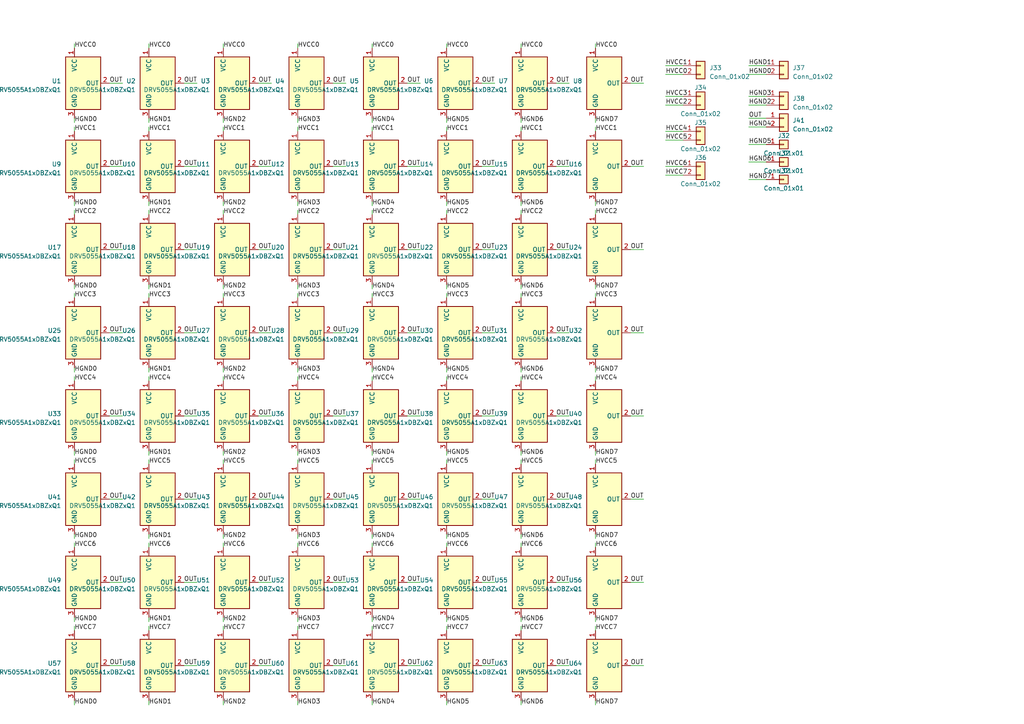
<source format=kicad_sch>
(kicad_sch (version 20230121) (generator eeschema)
  (paper "A4")
  (lib_symbols
    (symbol "Connector_Generic:Conn_01x01" (pin_names (offset 1.016) hide)
      (property "Reference" "J" (at 0 2.54 0))
      (property "Value" "Conn_01x01" (at 0 -2.54 0))
      (symbol "Conn_01x01_1_1"
        (rectangle (start -1.27 0.127) (end 0 -0.127) (stroke (width 0.1524)))
        (rectangle (start -1.27 1.27) (end 1.27 -1.27) (stroke (width 0.254)) (fill (type background)))
        (pin passive line (at -5.08 0 0) (length 3.81) (name "Pin_1") (number "1"))
      )
    )
    (symbol "Connector_Generic:Conn_01x02" (pin_names (offset 1.016) hide)
      (property "Reference" "J" (at 0 2.54 0))
      (property "Value" "Conn_01x02" (at 0 -5.08 0))
      (symbol "Conn_01x02_1_1"
        (rectangle (start -1.27 -2.413) (end 0 -2.667) (stroke (width 0.1524)))
        (rectangle (start -1.27 0.127) (end 0 -0.127) (stroke (width 0.1524)))
        (rectangle (start -1.27 1.27) (end 1.27 -3.81) (stroke (width 0.254)) (fill (type background)))
        (pin passive line (at -5.08 0 0) (length 3.81) (name "Pin_1") (number "1"))
        (pin passive line (at -5.08 -2.54 0) (length 3.81) (name "Pin_2") (number "2"))
      )
    )
    (symbol "Sensor_Magnetic:DRV5055A1xDBZxQ1"
      (property "Reference" "U" (at 2.54 12.7 0))
      (property "Value" "DRV5055A1xDBZxQ1" (at 2.54 10.16 0))
      (symbol "DRV5055A1xDBZxQ1_1_1"
        (rectangle (start -5.08 7.62) (end 5.08 -7.62) (stroke (width 0.254)) (fill (type background)))
        (pin power_in line (at -2.54 10.16 270) (length 2.54) (name "VCC") (number "1"))
        (pin output line (at 7.62 0 180) (length 2.54) (name "OUT") (number "2"))
        (pin power_in line (at -2.54 -10.16 90) (length 2.54) (name "GND") (number "3"))
      )
    )
  )
  (wire (pts (xy 107.95 179.07) (xy 107.95 180.34)))
  (wire (pts (xy 74.93 24.13) (xy 78.74 24.13)))
  (wire (pts (xy 43.18 181.61) (xy 43.18 182.88)))
  (wire (pts (xy 172.72 36.83) (xy 172.72 38.1)))
  (wire (pts (xy 31.75 144.78) (xy 35.56 144.78)))
  (wire (pts (xy 64.77 109.22) (xy 64.77 110.49)))
  (wire (pts (xy 96.52 72.39) (xy 100.33 72.39)))
  (wire (pts (xy 86.36 85.09) (xy 86.36 86.36)))
  (wire (pts (xy 43.18 12.7) (xy 43.18 13.97)))
  (wire (pts (xy 53.34 120.65) (xy 57.15 120.65)))
  (wire (pts (xy 43.18 58.42) (xy 43.18 59.69)))
  (wire (pts (xy 172.72 85.09) (xy 172.72 86.36)))
  (wire (pts (xy 96.52 48.26) (xy 100.33 48.26)))
  (wire (pts (xy 172.72 157.48) (xy 172.72 158.75)))
  (wire (pts (xy 64.77 133.35) (xy 64.77 134.62)))
  (wire (pts (xy 129.54 12.7) (xy 129.54 13.97)))
  (wire (pts (xy 86.36 34.29) (xy 86.36 35.56)))
  (wire (pts (xy 161.29 144.78) (xy 165.1 144.78)))
  (wire (pts (xy 86.36 106.68) (xy 86.36 107.95)))
  (wire (pts (xy 193.04 27.94) (xy 198.12 27.94)))
  (wire (pts (xy 217.17 34.29) (xy 222.25 34.29)))
  (wire (pts (xy 118.11 96.52) (xy 121.92 96.52)))
  (wire (pts (xy 74.93 96.52) (xy 78.74 96.52)))
  (wire (pts (xy 43.18 179.07) (xy 43.18 180.34)))
  (wire (pts (xy 64.77 181.61) (xy 64.77 182.88)))
  (wire (pts (xy 86.36 154.94) (xy 86.36 156.21)))
  (wire (pts (xy 43.18 109.22) (xy 43.18 110.49)))
  (wire (pts (xy 139.7 72.39) (xy 143.51 72.39)))
  (wire (pts (xy 21.59 60.96) (xy 21.59 62.23)))
  (wire (pts (xy 31.75 96.52) (xy 35.56 96.52)))
  (wire (pts (xy 64.77 82.55) (xy 64.77 83.82)))
  (wire (pts (xy 161.29 72.39) (xy 165.1 72.39)))
  (wire (pts (xy 151.13 130.81) (xy 151.13 132.08)))
  (wire (pts (xy 43.18 60.96) (xy 43.18 62.23)))
  (wire (pts (xy 217.17 46.99) (xy 222.25 46.99)))
  (wire (pts (xy 161.29 168.91) (xy 165.1 168.91)))
  (wire (pts (xy 172.72 130.81) (xy 172.72 132.08)))
  (wire (pts (xy 86.36 109.22) (xy 86.36 110.49)))
  (wire (pts (xy 86.36 12.7) (xy 86.36 13.97)))
  (wire (pts (xy 118.11 24.13) (xy 121.92 24.13)))
  (wire (pts (xy 21.59 179.07) (xy 21.59 180.34)))
  (wire (pts (xy 31.75 48.26) (xy 35.56 48.26)))
  (wire (pts (xy 182.88 24.13) (xy 186.69 24.13)))
  (wire (pts (xy 64.77 106.68) (xy 64.77 107.95)))
  (wire (pts (xy 43.18 34.29) (xy 43.18 35.56)))
  (wire (pts (xy 21.59 106.68) (xy 21.59 107.95)))
  (wire (pts (xy 31.75 24.13) (xy 35.56 24.13)))
  (wire (pts (xy 161.29 24.13) (xy 165.1 24.13)))
  (wire (pts (xy 96.52 24.13) (xy 100.33 24.13)))
  (wire (pts (xy 151.13 85.09) (xy 151.13 86.36)))
  (wire (pts (xy 193.04 30.48) (xy 198.12 30.48)))
  (wire (pts (xy 53.34 193.04) (xy 57.15 193.04)))
  (wire (pts (xy 193.04 21.59) (xy 198.12 21.59)))
  (wire (pts (xy 193.04 48.26) (xy 198.12 48.26)))
  (wire (pts (xy 217.17 41.91) (xy 222.25 41.91)))
  (wire (pts (xy 193.04 50.8) (xy 198.12 50.8)))
  (wire (pts (xy 96.52 144.78) (xy 100.33 144.78)))
  (wire (pts (xy 31.75 72.39) (xy 35.56 72.39)))
  (wire (pts (xy 217.17 27.94) (xy 222.25 27.94)))
  (wire (pts (xy 118.11 144.78) (xy 121.92 144.78)))
  (wire (pts (xy 118.11 72.39) (xy 121.92 72.39)))
  (wire (pts (xy 86.36 130.81) (xy 86.36 132.08)))
  (wire (pts (xy 64.77 203.2) (xy 64.77 204.47)))
  (wire (pts (xy 21.59 203.2) (xy 21.59 204.47)))
  (wire (pts (xy 182.88 72.39) (xy 186.69 72.39)))
  (wire (pts (xy 21.59 34.29) (xy 21.59 35.56)))
  (wire (pts (xy 43.18 157.48) (xy 43.18 158.75)))
  (wire (pts (xy 43.18 85.09) (xy 43.18 86.36)))
  (wire (pts (xy 74.93 120.65) (xy 78.74 120.65)))
  (wire (pts (xy 31.75 120.65) (xy 35.56 120.65)))
  (wire (pts (xy 21.59 181.61) (xy 21.59 182.88)))
  (wire (pts (xy 107.95 181.61) (xy 107.95 182.88)))
  (wire (pts (xy 74.93 144.78) (xy 78.74 144.78)))
  (wire (pts (xy 172.72 12.7) (xy 172.72 13.97)))
  (wire (pts (xy 74.93 72.39) (xy 78.74 72.39)))
  (wire (pts (xy 118.11 120.65) (xy 121.92 120.65)))
  (wire (pts (xy 53.34 48.26) (xy 57.15 48.26)))
  (wire (pts (xy 86.36 82.55) (xy 86.36 83.82)))
  (wire (pts (xy 74.93 48.26) (xy 78.74 48.26)))
  (wire (pts (xy 172.72 82.55) (xy 172.72 83.82)))
  (wire (pts (xy 172.72 203.2) (xy 172.72 204.47)))
  (wire (pts (xy 86.36 58.42) (xy 86.36 59.69)))
  (wire (pts (xy 21.59 133.35) (xy 21.59 134.62)))
  (wire (pts (xy 182.88 193.04) (xy 186.69 193.04)))
  (wire (pts (xy 151.13 36.83) (xy 151.13 38.1)))
  (wire (pts (xy 64.77 154.94) (xy 64.77 156.21)))
  (wire (pts (xy 151.13 82.55) (xy 151.13 83.82)))
  (wire (pts (xy 172.72 60.96) (xy 172.72 62.23)))
  (wire (pts (xy 151.13 154.94) (xy 151.13 156.21)))
  (wire (pts (xy 118.11 168.91) (xy 121.92 168.91)))
  (wire (pts (xy 107.95 203.2) (xy 107.95 204.47)))
  (wire (pts (xy 182.88 168.91) (xy 186.69 168.91)))
  (wire (pts (xy 31.75 193.04) (xy 35.56 193.04)))
  (wire (pts (xy 21.59 85.09) (xy 21.59 86.36)))
  (wire (pts (xy 53.34 96.52) (xy 57.15 96.52)))
  (wire (pts (xy 96.52 168.91) (xy 100.33 168.91)))
  (wire (pts (xy 107.95 12.7) (xy 107.95 13.97)))
  (wire (pts (xy 64.77 179.07) (xy 64.77 180.34)))
  (wire (pts (xy 107.95 157.48) (xy 107.95 158.75)))
  (wire (pts (xy 64.77 85.09) (xy 64.77 86.36)))
  (wire (pts (xy 21.59 154.94) (xy 21.59 156.21)))
  (wire (pts (xy 43.18 106.68) (xy 43.18 107.95)))
  (wire (pts (xy 107.95 36.83) (xy 107.95 38.1)))
  (wire (pts (xy 43.18 154.94) (xy 43.18 156.21)))
  (wire (pts (xy 86.36 133.35) (xy 86.36 134.62)))
  (wire (pts (xy 151.13 34.29) (xy 151.13 35.56)))
  (wire (pts (xy 43.18 133.35) (xy 43.18 134.62)))
  (wire (pts (xy 64.77 34.29) (xy 64.77 35.56)))
  (wire (pts (xy 172.72 106.68) (xy 172.72 107.95)))
  (wire (pts (xy 86.36 203.2) (xy 86.36 204.47)))
  (wire (pts (xy 151.13 106.68) (xy 151.13 107.95)))
  (wire (pts (xy 107.95 58.42) (xy 107.95 59.69)))
  (wire (pts (xy 21.59 82.55) (xy 21.59 83.82)))
  (wire (pts (xy 107.95 85.09) (xy 107.95 86.36)))
  (wire (pts (xy 151.13 58.42) (xy 151.13 59.69)))
  (wire (pts (xy 182.88 144.78) (xy 186.69 144.78)))
  (wire (pts (xy 21.59 12.7) (xy 21.59 13.97)))
  (wire (pts (xy 217.17 21.59) (xy 222.25 21.59)))
  (wire (pts (xy 193.04 40.64) (xy 198.12 40.64)))
  (wire (pts (xy 172.72 109.22) (xy 172.72 110.49)))
  (wire (pts (xy 86.36 36.83) (xy 86.36 38.1)))
  (wire (pts (xy 64.77 157.48) (xy 64.77 158.75)))
  (wire (pts (xy 217.17 52.07) (xy 222.25 52.07)))
  (wire (pts (xy 86.36 60.96) (xy 86.36 62.23)))
  (wire (pts (xy 31.75 168.91) (xy 35.56 168.91)))
  (wire (pts (xy 217.17 19.05) (xy 222.25 19.05)))
  (wire (pts (xy 107.95 34.29) (xy 107.95 35.56)))
  (wire (pts (xy 21.59 58.42) (xy 21.59 59.69)))
  (wire (pts (xy 161.29 96.52) (xy 165.1 96.52)))
  (wire (pts (xy 107.95 109.22) (xy 107.95 110.49)))
  (wire (pts (xy 151.13 60.96) (xy 151.13 62.23)))
  (wire (pts (xy 182.88 48.26) (xy 186.69 48.26)))
  (wire (pts (xy 86.36 179.07) (xy 86.36 180.34)))
  (wire (pts (xy 64.77 12.7) (xy 64.77 13.97)))
  (wire (pts (xy 118.11 48.26) (xy 121.92 48.26)))
  (wire (pts (xy 86.36 181.61) (xy 86.36 182.88)))
  (wire (pts (xy 151.13 109.22) (xy 151.13 110.49)))
  (wire (pts (xy 64.77 130.81) (xy 64.77 132.08)))
  (wire (pts (xy 129.54 154.94) (xy 129.54 156.21)))
  (wire (pts (xy 129.54 82.55) (xy 129.54 83.82)))
  (wire (pts (xy 172.72 179.07) (xy 172.72 180.34)))
  (wire (pts (xy 193.04 38.1) (xy 198.12 38.1)))
  (wire (pts (xy 53.34 168.91) (xy 57.15 168.91)))
  (wire (pts (xy 172.72 133.35) (xy 172.72 134.62)))
  (wire (pts (xy 86.36 157.48) (xy 86.36 158.75)))
  (wire (pts (xy 129.54 157.48) (xy 129.54 158.75)))
  (wire (pts (xy 129.54 203.2) (xy 129.54 204.47)))
  (wire (pts (xy 129.54 133.35) (xy 129.54 134.62)))
  (wire (pts (xy 161.29 193.04) (xy 165.1 193.04)))
  (wire (pts (xy 151.13 12.7) (xy 151.13 13.97)))
  (wire (pts (xy 161.29 120.65) (xy 165.1 120.65)))
  (wire (pts (xy 118.11 193.04) (xy 121.92 193.04)))
  (wire (pts (xy 43.18 130.81) (xy 43.18 132.08)))
  (wire (pts (xy 53.34 144.78) (xy 57.15 144.78)))
  (wire (pts (xy 64.77 58.42) (xy 64.77 59.69)))
  (wire (pts (xy 21.59 36.83) (xy 21.59 38.1)))
  (wire (pts (xy 43.18 82.55) (xy 43.18 83.82)))
  (wire (pts (xy 217.17 36.83) (xy 222.25 36.83)))
  (wire (pts (xy 129.54 34.29) (xy 129.54 35.56)))
  (wire (pts (xy 53.34 24.13) (xy 57.15 24.13)))
  (wire (pts (xy 53.34 72.39) (xy 57.15 72.39)))
  (wire (pts (xy 129.54 109.22) (xy 129.54 110.49)))
  (wire (pts (xy 64.77 60.96) (xy 64.77 62.23)))
  (wire (pts (xy 129.54 60.96) (xy 129.54 62.23)))
  (wire (pts (xy 64.77 36.83) (xy 64.77 38.1)))
  (wire (pts (xy 21.59 157.48) (xy 21.59 158.75)))
  (wire (pts (xy 139.7 120.65) (xy 143.51 120.65)))
  (wire (pts (xy 129.54 36.83) (xy 129.54 38.1)))
  (wire (pts (xy 43.18 203.2) (xy 43.18 204.47)))
  (wire (pts (xy 172.72 154.94) (xy 172.72 156.21)))
  (wire (pts (xy 139.7 96.52) (xy 143.51 96.52)))
  (wire (pts (xy 139.7 24.13) (xy 143.51 24.13)))
  (wire (pts (xy 129.54 130.81) (xy 129.54 132.08)))
  (wire (pts (xy 21.59 109.22) (xy 21.59 110.49)))
  (wire (pts (xy 129.54 85.09) (xy 129.54 86.36)))
  (wire (pts (xy 182.88 120.65) (xy 186.69 120.65)))
  (wire (pts (xy 96.52 96.52) (xy 100.33 96.52)))
  (wire (pts (xy 129.54 179.07) (xy 129.54 180.34)))
  (wire (pts (xy 151.13 181.61) (xy 151.13 182.88)))
  (wire (pts (xy 129.54 181.61) (xy 129.54 182.88)))
  (wire (pts (xy 129.54 106.68) (xy 129.54 107.95)))
  (wire (pts (xy 182.88 96.52) (xy 186.69 96.52)))
  (wire (pts (xy 107.95 60.96) (xy 107.95 62.23)))
  (wire (pts (xy 21.59 130.81) (xy 21.59 132.08)))
  (wire (pts (xy 74.93 193.04) (xy 78.74 193.04)))
  (wire (pts (xy 139.7 144.78) (xy 143.51 144.78)))
  (wire (pts (xy 172.72 181.61) (xy 172.72 182.88)))
  (wire (pts (xy 96.52 120.65) (xy 100.33 120.65)))
  (wire (pts (xy 107.95 106.68) (xy 107.95 107.95)))
  (wire (pts (xy 139.7 168.91) (xy 143.51 168.91)))
  (wire (pts (xy 74.93 168.91) (xy 78.74 168.91)))
  (wire (pts (xy 151.13 179.07) (xy 151.13 180.34)))
  (wire (pts (xy 43.18 36.83) (xy 43.18 38.1)))
  (wire (pts (xy 151.13 133.35) (xy 151.13 134.62)))
  (wire (pts (xy 129.54 58.42) (xy 129.54 59.69)))
  (wire (pts (xy 172.72 34.29) (xy 172.72 35.56)))
  (wire (pts (xy 96.52 193.04) (xy 100.33 193.04)))
  (wire (pts (xy 107.95 154.94) (xy 107.95 156.21)))
  (wire (pts (xy 151.13 157.48) (xy 151.13 158.75)))
  (wire (pts (xy 217.17 30.48) (xy 222.25 30.48)))
  (wire (pts (xy 172.72 58.42) (xy 172.72 59.69)))
  (wire (pts (xy 161.29 48.26) (xy 165.1 48.26)))
  (wire (pts (xy 107.95 133.35) (xy 107.95 134.62)))
  (wire (pts (xy 139.7 48.26) (xy 143.51 48.26)))
  (wire (pts (xy 107.95 82.55) (xy 107.95 83.82)))
  (wire (pts (xy 151.13 203.2) (xy 151.13 204.47)))
  (wire (pts (xy 107.95 130.81) (xy 107.95 132.08)))
  (wire (pts (xy 139.7 193.04) (xy 143.51 193.04)))
  (wire (pts (xy 193.04 19.05) (xy 198.12 19.05)))
  (label "OUT" (at 96.52 120.65 0))
  (label "HGND3" (at 86.36 156.21 0))
  (label "HVCC0" (at 86.36 13.97 0))
  (label "OUT" (at 118.11 48.26 0))
  (label "HGND2" (at 64.77 83.82 0))
  (label "HVCC5" (at 43.18 134.62 0))
  (label "HVCC3" (at 43.18 86.36 0))
  (label "HVCC5" (at 129.54 134.62 0))
  (label "HGND2" (at 64.77 35.56 0))
  (label "HGND5" (at 129.54 204.47 0))
  (label "HGND6" (at 151.13 132.08 0))
  (label "HVCC0" (at 193.04 21.59 0))
  (label "HGND4" (at 107.95 35.56 0))
  (label "HVCC6" (at 43.18 158.75 0))
  (label "HVCC6" (at 172.72 158.75 0))
  (label "HGND1" (at 43.18 83.82 0))
  (label "OUT" (at 161.29 72.39 0))
  (label "HGND0" (at 21.59 107.95 0))
  (label "HGND5" (at 129.54 35.56 0))
  (label "HVCC5" (at 21.59 134.62 0))
  (label "OUT" (at 139.7 24.13 0))
  (label "HVCC3" (at 129.54 86.36 0))
  (label "HVCC1" (at 172.72 38.1 0))
  (label "HGND2" (at 64.77 59.69 0))
  (label "HGND4" (at 107.95 59.69 0))
  (label "HGND3" (at 86.36 35.56 0))
  (label "HGND7" (at 172.72 204.47 0))
  (label "HVCC1" (at 193.04 19.05 0))
  (label "HGND2" (at 64.77 204.47 0))
  (label "HVCC7" (at 193.04 50.8 0))
  (label "HVCC1" (at 129.54 38.1 0))
  (label "OUT" (at 118.11 24.13 0))
  (label "OUT" (at 139.7 168.91 0))
  (label "OUT" (at 31.75 24.13 0))
  (label "HVCC1" (at 21.59 38.1 0))
  (label "HGND5" (at 129.54 156.21 0))
  (label "OUT" (at 31.75 168.91 0))
  (label "HVCC7" (at 172.72 182.88 0))
  (label "HGND0" (at 21.59 132.08 0))
  (label "OUT" (at 31.75 96.52 0))
  (label "HGND2" (at 217.17 30.48 0))
  (label "HVCC0" (at 43.18 13.97 0))
  (label "HVCC2" (at 21.59 62.23 0))
  (label "HGND1" (at 43.18 180.34 0))
  (label "OUT" (at 96.52 168.91 0))
  (label "HVCC4" (at 172.72 110.49 0))
  (label "OUT" (at 139.7 144.78 0))
  (label "OUT" (at 53.34 120.65 0))
  (label "HGND5" (at 129.54 83.82 0))
  (label "HVCC1" (at 64.77 38.1 0))
  (label "HVCC7" (at 129.54 182.88 0))
  (label "OUT" (at 139.7 96.52 0))
  (label "OUT" (at 74.93 72.39 0))
  (label "OUT" (at 182.88 168.91 0))
  (label "HGND3" (at 86.36 107.95 0))
  (label "HVCC0" (at 21.59 13.97 0))
  (label "OUT" (at 74.93 193.04 0))
  (label "OUT" (at 139.7 120.65 0))
  (label "OUT" (at 182.88 144.78 0))
  (label "HGND7" (at 172.72 35.56 0))
  (label "OUT" (at 31.75 144.78 0))
  (label "HVCC6" (at 21.59 158.75 0))
  (label "OUT" (at 96.52 72.39 0))
  (label "HGND0" (at 21.59 59.69 0))
  (label "HVCC5" (at 151.13 134.62 0))
  (label "HGND5" (at 129.54 59.69 0))
  (label "HVCC0" (at 172.72 13.97 0))
  (label "HGND0" (at 217.17 21.59 0))
  (label "HVCC5" (at 64.77 134.62 0))
  (label "HVCC0" (at 107.95 13.97 0))
  (label "HVCC3" (at 151.13 86.36 0))
  (label "HVCC1" (at 151.13 38.1 0))
  (label "HGND3" (at 86.36 180.34 0))
  (label "HVCC4" (at 129.54 110.49 0))
  (label "OUT" (at 118.11 72.39 0))
  (label "HVCC2" (at 193.04 30.48 0))
  (label "HGND0" (at 21.59 204.47 0))
  (label "HGND6" (at 151.13 59.69 0))
  (label "OUT" (at 96.52 144.78 0))
  (label "OUT" (at 118.11 144.78 0))
  (label "HVCC6" (at 129.54 158.75 0))
  (label "HGND0" (at 21.59 35.56 0))
  (label "HVCC6" (at 86.36 158.75 0))
  (label "HVCC6" (at 193.04 48.26 0))
  (label "OUT" (at 74.93 24.13 0))
  (label "HVCC2" (at 172.72 62.23 0))
  (label "OUT" (at 53.34 193.04 0))
  (label "OUT" (at 74.93 96.52 0))
  (label "HGND6" (at 151.13 107.95 0))
  (label "OUT" (at 217.17 34.29 0))
  (label "HGND6" (at 151.13 83.82 0))
  (label "HGND2" (at 64.77 156.21 0))
  (label "OUT" (at 53.34 168.91 0))
  (label "HGND7" (at 172.72 156.21 0))
  (label "OUT" (at 182.88 96.52 0))
  (label "HVCC7" (at 107.95 182.88 0))
  (label "HVCC3" (at 193.04 27.94 0))
  (label "HGND7" (at 172.72 107.95 0))
  (label "HVCC7" (at 86.36 182.88 0))
  (label "HGND5" (at 129.54 107.95 0))
  (label "HGND0" (at 21.59 83.82 0))
  (label "OUT" (at 161.29 96.52 0))
  (label "OUT" (at 139.7 193.04 0))
  (label "HGND1" (at 43.18 204.47 0))
  (label "HGND4" (at 107.95 107.95 0))
  (label "OUT" (at 182.88 193.04 0))
  (label "HVCC6" (at 151.13 158.75 0))
  (label "OUT" (at 182.88 48.26 0))
  (label "HGND3" (at 86.36 59.69 0))
  (label "OUT" (at 74.93 48.26 0))
  (label "HGND1" (at 43.18 132.08 0))
  (label "HVCC1" (at 43.18 38.1 0))
  (label "HVCC2" (at 107.95 62.23 0))
  (label "OUT" (at 31.75 120.65 0))
  (label "HGND5" (at 217.17 41.91 0))
  (label "OUT" (at 161.29 24.13 0))
  (label "OUT" (at 182.88 120.65 0))
  (label "HVCC5" (at 193.04 40.64 0))
  (label "OUT" (at 31.75 48.26 0))
  (label "HGND1" (at 43.18 156.21 0))
  (label "OUT" (at 96.52 24.13 0))
  (label "HVCC6" (at 64.77 158.75 0))
  (label "OUT" (at 182.88 24.13 0))
  (label "HGND6" (at 151.13 156.21 0))
  (label "HVCC5" (at 86.36 134.62 0))
  (label "OUT" (at 31.75 72.39 0))
  (label "HGND2" (at 64.77 132.08 0))
  (label "OUT" (at 96.52 193.04 0))
  (label "HGND4" (at 107.95 204.47 0))
  (label "OUT" (at 74.93 168.91 0))
  (label "HVCC7" (at 43.18 182.88 0))
  (label "HGND7" (at 217.17 52.07 0))
  (label "OUT" (at 139.7 48.26 0))
  (label "HGND1" (at 43.18 107.95 0))
  (label "HVCC3" (at 172.72 86.36 0))
  (label "OUT" (at 161.29 48.26 0))
  (label "HVCC5" (at 107.95 134.62 0))
  (label "OUT" (at 118.11 120.65 0))
  (label "OUT" (at 118.11 193.04 0))
  (label "OUT" (at 53.34 24.13 0))
  (label "HVCC1" (at 107.95 38.1 0))
  (label "OUT" (at 53.34 48.26 0))
  (label "HGND7" (at 172.72 180.34 0))
  (label "HVCC3" (at 107.95 86.36 0))
  (label "HGND5" (at 129.54 132.08 0))
  (label "HVCC3" (at 21.59 86.36 0))
  (label "HVCC7" (at 151.13 182.88 0))
  (label "OUT" (at 31.75 193.04 0))
  (label "OUT" (at 161.29 144.78 0))
  (label "OUT" (at 161.29 193.04 0))
  (label "HVCC4" (at 193.04 38.1 0))
  (label "HGND1" (at 217.17 19.05 0))
  (label "HGND4" (at 107.95 156.21 0))
  (label "HVCC3" (at 86.36 86.36 0))
  (label "HVCC4" (at 107.95 110.49 0))
  (label "HVCC6" (at 107.95 158.75 0))
  (label "HGND1" (at 43.18 35.56 0))
  (label "HGND7" (at 172.72 83.82 0))
  (label "HGND3" (at 217.17 27.94 0))
  (label "OUT" (at 182.88 72.39 0))
  (label "HVCC5" (at 172.72 134.62 0))
  (label "HGND2" (at 64.77 180.34 0))
  (label "HGND0" (at 21.59 180.34 0))
  (label "HGND4" (at 107.95 83.82 0))
  (label "HGND4" (at 107.95 180.34 0))
  (label "HGND3" (at 86.36 83.82 0))
  (label "HGND4" (at 107.95 132.08 0))
  (label "HGND4" (at 217.17 36.83 0))
  (label "HGND6" (at 151.13 180.34 0))
  (label "HGND7" (at 172.72 59.69 0))
  (label "OUT" (at 53.34 72.39 0))
  (label "HVCC4" (at 64.77 110.49 0))
  (label "HGND5" (at 129.54 180.34 0))
  (label "HVCC0" (at 64.77 13.97 0))
  (label "HVCC2" (at 86.36 62.23 0))
  (label "HVCC2" (at 43.18 62.23 0))
  (label "HVCC4" (at 21.59 110.49 0))
  (label "OUT" (at 118.11 168.91 0))
  (label "HVCC1" (at 86.36 38.1 0))
  (label "HVCC2" (at 151.13 62.23 0))
  (label "HVCC0" (at 129.54 13.97 0))
  (label "HGND0" (at 21.59 156.21 0))
  (label "OUT" (at 53.34 144.78 0))
  (label "HVCC4" (at 43.18 110.49 0))
  (label "OUT" (at 118.11 96.52 0))
  (label "HGND1" (at 43.18 59.69 0))
  (label "HGND3" (at 86.36 132.08 0))
  (label "OUT" (at 96.52 48.26 0))
  (label "HVCC0" (at 151.13 13.97 0))
  (label "HVCC3" (at 64.77 86.36 0))
  (label "HGND6" (at 151.13 204.47 0))
  (label "OUT" (at 139.7 72.39 0))
  (label "OUT" (at 96.52 96.52 0))
  (label "OUT" (at 161.29 120.65 0))
  (label "HVCC2" (at 64.77 62.23 0))
  (label "HVCC7" (at 21.59 182.88 0))
  (label "HGND6" (at 151.13 35.56 0))
  (label "HVCC4" (at 86.36 110.49 0))
  (label "HVCC2" (at 129.54 62.23 0))
  (label "HGND3" (at 86.36 204.47 0))
  (label "OUT" (at 74.93 144.78 0))
  (label "OUT" (at 161.29 168.91 0))
  (label "OUT" (at 53.34 96.52 0))
  (label "HVCC4" (at 151.13 110.49 0))
  (label "HVCC7" (at 64.77 182.88 0))
  (label "HGND7" (at 172.72 132.08 0))
  (label "HGND2" (at 64.77 107.95 0))
  (label "OUT" (at 74.93 120.65 0))
  (label "HGND6" (at 217.17 46.99 0))
  (symbol (lib_id "Sensor_Magnetic:DRV5055A1xDBZxQ1") (at 153.67 48.26 0) (unit 1)
    (property "Reference" "U15" (at 147.32 47.625 0) (effects (justify right)))
    (property "Value" "DRV5055A1xDBZxQ1" (at 147.32 50.165 0) (effects (justify right)))
    (property "Footprint" "Package_TO_SOT_SMD:SOT-23" (effects hide))
    (property "Datasheet" "https://www.ti.com/lit/ds/symlink/drv5055-q1.pdf" (effects hide))
  )
  (symbol (lib_id "Sensor_Magnetic:DRV5055A1xDBZxQ1") (at 24.13 193.04 0) (unit 1)
    (property "Reference" "U57" (at 17.78 192.405 0) (effects (justify right)))
    (property "Value" "DRV5055A1xDBZxQ1" (at 17.78 194.945 0) (effects (justify right)))
    (property "Footprint" "Package_TO_SOT_SMD:SOT-23" (effects hide))
    (property "Datasheet" "https://www.ti.com/lit/ds/symlink/drv5055-q1.pdf" (effects hide))
  )
  (symbol (lib_id "Connector_Generic:Conn_01x01") (at 227.33 41.91 0) (unit 1)
    (property "Reference" "J32" (at 227.33 39.37 0))
    (property "Value" "Conn_01x01" (at 227.33 44.45 0))
    (property "Footprint" "Connector_PinHeader_1.27mm:PinHeader_1x01_P1.27mm_Vertical" (effects hide))
    (instances (project "TacTile-middle" (path "" (reference "J32") (unit 1)) (path "" (reference "J32") (unit 1)) (path "" (reference "J42") (unit 1))))
  )
  (symbol (lib_id "Sensor_Magnetic:DRV5055A1xDBZxQ1") (at 153.67 72.39 0) (unit 1)
    (property "Reference" "U23" (at 147.32 71.755 0) (effects (justify right)))
    (property "Value" "DRV5055A1xDBZxQ1" (at 147.32 74.295 0) (effects (justify right)))
    (property "Footprint" "Package_TO_SOT_SMD:SOT-23" (effects hide))
    (property "Datasheet" "https://www.ti.com/lit/ds/symlink/drv5055-q1.pdf" (effects hide))
  )
  (symbol (lib_id "Sensor_Magnetic:DRV5055A1xDBZxQ1") (at 88.9 120.65 0) (unit 1)
    (property "Reference" "U36" (at 82.55 120.015 0) (effects (justify right)))
    (property "Value" "DRV5055A1xDBZxQ1" (at 82.55 122.555 0) (effects (justify right)))
    (property "Footprint" "Package_TO_SOT_SMD:SOT-23" (effects hide))
    (property "Datasheet" "https://www.ti.com/lit/ds/symlink/drv5055-q1.pdf" (effects hide))
  )
  (symbol (lib_id "Sensor_Magnetic:DRV5055A1xDBZxQ1") (at 132.08 24.13 0) (unit 1)
    (property "Reference" "U6" (at 125.73 23.495 0) (effects (justify right)))
    (property "Value" "DRV5055A1xDBZxQ1" (at 125.73 26.035 0) (effects (justify right)))
    (property "Footprint" "Package_TO_SOT_SMD:SOT-23" (effects hide))
    (property "Datasheet" "https://www.ti.com/lit/ds/symlink/drv5055-q1.pdf" (effects hide))
  )
  (symbol (lib_id "Sensor_Magnetic:DRV5055A1xDBZxQ1") (at 132.08 96.52 0) (unit 1)
    (property "Reference" "U30" (at 125.73 95.885 0) (effects (justify right)))
    (property "Value" "DRV5055A1xDBZxQ1" (at 125.73 98.425 0) (effects (justify right)))
    (property "Footprint" "Package_TO_SOT_SMD:SOT-23" (effects hide))
    (property "Datasheet" "https://www.ti.com/lit/ds/symlink/drv5055-q1.pdf" (effects hide))
  )
  (symbol (lib_id "Connector_Generic:Conn_01x02") (at 203.2 48.26 0) (unit 1)
    (property "Reference" "J36" (at 203.2 45.72 0))
    (property "Value" "Conn_01x02" (at 203.2 53.34 0))
    (property "Footprint" "Connector_PinHeader_1.27mm:PinHeader_1x02_P1.27mm_Vertical" (effects hide))
  )
  (symbol (lib_id "Sensor_Magnetic:DRV5055A1xDBZxQ1") (at 88.9 193.04 0) (unit 1)
    (property "Reference" "U60" (at 82.55 192.405 0) (effects (justify right)))
    (property "Value" "DRV5055A1xDBZxQ1" (at 82.55 194.945 0) (effects (justify right)))
    (property "Footprint" "Package_TO_SOT_SMD:SOT-23" (effects hide))
    (property "Datasheet" "https://www.ti.com/lit/ds/symlink/drv5055-q1.pdf" (effects hide))
  )
  (symbol (lib_id "Sensor_Magnetic:DRV5055A1xDBZxQ1") (at 67.31 168.91 0) (unit 1)
    (property "Reference" "U51" (at 60.96 168.275 0) (effects (justify right)))
    (property "Value" "DRV5055A1xDBZxQ1" (at 60.96 170.815 0) (effects (justify right)))
    (property "Footprint" "Package_TO_SOT_SMD:SOT-23" (effects hide))
    (property "Datasheet" "https://www.ti.com/lit/ds/symlink/drv5055-q1.pdf" (effects hide))
  )
  (symbol (lib_id "Sensor_Magnetic:DRV5055A1xDBZxQ1") (at 24.13 168.91 0) (unit 1)
    (property "Reference" "U49" (at 17.78 168.275 0) (effects (justify right)))
    (property "Value" "DRV5055A1xDBZxQ1" (at 17.78 170.815 0) (effects (justify right)))
    (property "Footprint" "Package_TO_SOT_SMD:SOT-23" (effects hide))
    (property "Datasheet" "https://www.ti.com/lit/ds/symlink/drv5055-q1.pdf" (effects hide))
  )
  (symbol (lib_id "Sensor_Magnetic:DRV5055A1xDBZxQ1") (at 175.26 168.91 0) (unit 1)
    (property "Reference" "U56" (at 168.91 168.275 0) (effects (justify right)))
    (property "Value" "DRV5055A1xDBZxQ1" (at 168.91 170.815 0) (effects (justify right)))
    (property "Footprint" "Package_TO_SOT_SMD:SOT-23" (effects hide))
    (property "Datasheet" "https://www.ti.com/lit/ds/symlink/drv5055-q1.pdf" (effects hide))
  )
  (symbol (lib_id "Sensor_Magnetic:DRV5055A1xDBZxQ1") (at 132.08 144.78 0) (unit 1)
    (property "Reference" "U46" (at 125.73 144.145 0) (effects (justify right)))
    (property "Value" "DRV5055A1xDBZxQ1" (at 125.73 146.685 0) (effects (justify right)))
    (property "Footprint" "Package_TO_SOT_SMD:SOT-23" (effects hide))
    (property "Datasheet" "https://www.ti.com/lit/ds/symlink/drv5055-q1.pdf" (effects hide))
  )
  (symbol (lib_id "Sensor_Magnetic:DRV5055A1xDBZxQ1") (at 110.49 48.26 0) (unit 1)
    (property "Reference" "U13" (at 104.14 47.625 0) (effects (justify right)))
    (property "Value" "DRV5055A1xDBZxQ1" (at 104.14 50.165 0) (effects (justify right)))
    (property "Footprint" "Package_TO_SOT_SMD:SOT-23" (effects hide))
    (property "Datasheet" "https://www.ti.com/lit/ds/symlink/drv5055-q1.pdf" (effects hide))
  )
  (symbol (lib_id "Sensor_Magnetic:DRV5055A1xDBZxQ1") (at 110.49 168.91 0) (unit 1)
    (property "Reference" "U53" (at 104.14 168.275 0) (effects (justify right)))
    (property "Value" "DRV5055A1xDBZxQ1" (at 104.14 170.815 0) (effects (justify right)))
    (property "Footprint" "Package_TO_SOT_SMD:SOT-23" (effects hide))
    (property "Datasheet" "https://www.ti.com/lit/ds/symlink/drv5055-q1.pdf" (effects hide))
  )
  (symbol (lib_id "Sensor_Magnetic:DRV5055A1xDBZxQ1") (at 110.49 120.65 0) (unit 1)
    (property "Reference" "U37" (at 104.14 120.015 0) (effects (justify right)))
    (property "Value" "DRV5055A1xDBZxQ1" (at 104.14 122.555 0) (effects (justify right)))
    (property "Footprint" "Package_TO_SOT_SMD:SOT-23" (effects hide))
    (property "Datasheet" "https://www.ti.com/lit/ds/symlink/drv5055-q1.pdf" (effects hide))
  )
  (symbol (lib_id "Sensor_Magnetic:DRV5055A1xDBZxQ1") (at 24.13 144.78 0) (unit 1)
    (property "Reference" "U41" (at 17.78 144.145 0) (effects (justify right)))
    (property "Value" "DRV5055A1xDBZxQ1" (at 17.78 146.685 0) (effects (justify right)))
    (property "Footprint" "Package_TO_SOT_SMD:SOT-23" (effects hide))
    (property "Datasheet" "https://www.ti.com/lit/ds/symlink/drv5055-q1.pdf" (effects hide))
  )
  (symbol (lib_id "Sensor_Magnetic:DRV5055A1xDBZxQ1") (at 24.13 120.65 0) (unit 1)
    (property "Reference" "U33" (at 17.78 120.015 0) (effects (justify right)))
    (property "Value" "DRV5055A1xDBZxQ1" (at 17.78 122.555 0) (effects (justify right)))
    (property "Footprint" "Package_TO_SOT_SMD:SOT-23" (effects hide))
    (property "Datasheet" "https://www.ti.com/lit/ds/symlink/drv5055-q1.pdf" (effects hide))
  )
  (symbol (lib_id "Sensor_Magnetic:DRV5055A1xDBZxQ1") (at 132.08 48.26 0) (unit 1)
    (property "Reference" "U14" (at 125.73 47.625 0) (effects (justify right)))
    (property "Value" "DRV5055A1xDBZxQ1" (at 125.73 50.165 0) (effects (justify right)))
    (property "Footprint" "Package_TO_SOT_SMD:SOT-23" (effects hide))
    (property "Datasheet" "https://www.ti.com/lit/ds/symlink/drv5055-q1.pdf" (effects hide))
  )
  (symbol (lib_id "Sensor_Magnetic:DRV5055A1xDBZxQ1") (at 175.26 72.39 0) (unit 1)
    (property "Reference" "U24" (at 168.91 71.755 0) (effects (justify right)))
    (property "Value" "DRV5055A1xDBZxQ1" (at 168.91 74.295 0) (effects (justify right)))
    (property "Footprint" "Package_TO_SOT_SMD:SOT-23" (effects hide))
    (property "Datasheet" "https://www.ti.com/lit/ds/symlink/drv5055-q1.pdf" (effects hide))
  )
  (symbol (lib_id "Sensor_Magnetic:DRV5055A1xDBZxQ1") (at 110.49 72.39 0) (unit 1)
    (property "Reference" "U21" (at 104.14 71.755 0) (effects (justify right)))
    (property "Value" "DRV5055A1xDBZxQ1" (at 104.14 74.295 0) (effects (justify right)))
    (property "Footprint" "Package_TO_SOT_SMD:SOT-23" (effects hide))
    (property "Datasheet" "https://www.ti.com/lit/ds/symlink/drv5055-q1.pdf" (effects hide))
  )
  (symbol (lib_id "Sensor_Magnetic:DRV5055A1xDBZxQ1") (at 175.26 193.04 0) (unit 1)
    (property "Reference" "U64" (at 168.91 192.405 0) (effects (justify right)))
    (property "Value" "DRV5055A1xDBZxQ1" (at 168.91 194.945 0) (effects (justify right)))
    (property "Footprint" "Package_TO_SOT_SMD:SOT-23" (effects hide))
    (property "Datasheet" "https://www.ti.com/lit/ds/symlink/drv5055-q1.pdf" (effects hide))
  )
  (symbol (lib_id "Connector_Generic:Conn_01x02") (at 227.33 34.29 0) (unit 1)
    (property "Reference" "J41" (at 229.87 34.925 0) (effects (justify left)))
    (property "Value" "Conn_01x02" (at 229.87 37.465 0) (effects (justify left)))
    (property "Footprint" "Connector_PinHeader_1.27mm:PinHeader_1x02_P1.27mm_Vertical" (effects hide))
  )
  (symbol (lib_id "Sensor_Magnetic:DRV5055A1xDBZxQ1") (at 153.67 144.78 0) (unit 1)
    (property "Reference" "U47" (at 147.32 144.145 0) (effects (justify right)))
    (property "Value" "DRV5055A1xDBZxQ1" (at 147.32 146.685 0) (effects (justify right)))
    (property "Footprint" "Package_TO_SOT_SMD:SOT-23" (effects hide))
    (property "Datasheet" "https://www.ti.com/lit/ds/symlink/drv5055-q1.pdf" (effects hide))
  )
  (symbol (lib_id "Sensor_Magnetic:DRV5055A1xDBZxQ1") (at 67.31 193.04 0) (unit 1)
    (property "Reference" "U59" (at 60.96 192.405 0) (effects (justify right)))
    (property "Value" "DRV5055A1xDBZxQ1" (at 60.96 194.945 0) (effects (justify right)))
    (property "Footprint" "Package_TO_SOT_SMD:SOT-23" (effects hide))
    (property "Datasheet" "https://www.ti.com/lit/ds/symlink/drv5055-q1.pdf" (effects hide))
  )
  (symbol (lib_id "Sensor_Magnetic:DRV5055A1xDBZxQ1") (at 88.9 48.26 0) (unit 1)
    (property "Reference" "U12" (at 82.55 47.625 0) (effects (justify right)))
    (property "Value" "DRV5055A1xDBZxQ1" (at 82.55 50.165 0) (effects (justify right)))
    (property "Footprint" "Package_TO_SOT_SMD:SOT-23" (effects hide))
    (property "Datasheet" "https://www.ti.com/lit/ds/symlink/drv5055-q1.pdf" (effects hide))
  )
  (symbol (lib_id "Sensor_Magnetic:DRV5055A1xDBZxQ1") (at 45.72 193.04 0) (unit 1)
    (property "Reference" "U58" (at 39.37 192.405 0) (effects (justify right)))
    (property "Value" "DRV5055A1xDBZxQ1" (at 39.37 194.945 0) (effects (justify right)))
    (property "Footprint" "Package_TO_SOT_SMD:SOT-23" (effects hide))
    (property "Datasheet" "https://www.ti.com/lit/ds/symlink/drv5055-q1.pdf" (effects hide))
  )
  (symbol (lib_id "Sensor_Magnetic:DRV5055A1xDBZxQ1") (at 24.13 24.13 0) (unit 1)
    (property "Reference" "U1" (at 17.78 23.495 0) (effects (justify right)))
    (property "Value" "DRV5055A1xDBZxQ1" (at 17.78 26.035 0) (effects (justify right)))
    (property "Footprint" "Package_TO_SOT_SMD:SOT-23" (effects hide))
    (property "Datasheet" "https://www.ti.com/lit/ds/symlink/drv5055-q1.pdf" (effects hide))
  )
  (symbol (lib_id "Sensor_Magnetic:DRV5055A1xDBZxQ1") (at 88.9 24.13 0) (unit 1)
    (property "Reference" "U4" (at 82.55 23.495 0) (effects (justify right)))
    (property "Value" "DRV5055A1xDBZxQ1" (at 82.55 26.035 0) (effects (justify right)))
    (property "Footprint" "Package_TO_SOT_SMD:SOT-23" (effects hide))
    (property "Datasheet" "https://www.ti.com/lit/ds/symlink/drv5055-q1.pdf" (effects hide))
  )
  (symbol (lib_id "Sensor_Magnetic:DRV5055A1xDBZxQ1") (at 88.9 96.52 0) (unit 1)
    (property "Reference" "U28" (at 82.55 95.885 0) (effects (justify right)))
    (property "Value" "DRV5055A1xDBZxQ1" (at 82.55 98.425 0) (effects (justify right)))
    (property "Footprint" "Package_TO_SOT_SMD:SOT-23" (effects hide))
    (property "Datasheet" "https://www.ti.com/lit/ds/symlink/drv5055-q1.pdf" (effects hide))
  )
  (symbol (lib_id "Sensor_Magnetic:DRV5055A1xDBZxQ1") (at 110.49 144.78 0) (unit 1)
    (property "Reference" "U45" (at 104.14 144.145 0) (effects (justify right)))
    (property "Value" "DRV5055A1xDBZxQ1" (at 104.14 146.685 0) (effects (justify right)))
    (property "Footprint" "Package_TO_SOT_SMD:SOT-23" (effects hide))
    (property "Datasheet" "https://www.ti.com/lit/ds/symlink/drv5055-q1.pdf" (effects hide))
  )
  (symbol (lib_id "Sensor_Magnetic:DRV5055A1xDBZxQ1") (at 175.26 24.13 0) (unit 1)
    (property "Reference" "U8" (at 168.91 23.495 0) (effects (justify right)))
    (property "Value" "DRV5055A1xDBZxQ1" (at 168.91 26.035 0) (effects (justify right)))
    (property "Footprint" "Package_TO_SOT_SMD:SOT-23" (effects hide))
    (property "Datasheet" "https://www.ti.com/lit/ds/symlink/drv5055-q1.pdf" (effects hide))
  )
  (symbol (lib_id "Sensor_Magnetic:DRV5055A1xDBZxQ1") (at 175.26 96.52 0) (unit 1)
    (property "Reference" "U32" (at 168.91 95.885 0) (effects (justify right)))
    (property "Value" "DRV5055A1xDBZxQ1" (at 168.91 98.425 0) (effects (justify right)))
    (property "Footprint" "Package_TO_SOT_SMD:SOT-23" (effects hide))
    (property "Datasheet" "https://www.ti.com/lit/ds/symlink/drv5055-q1.pdf" (effects hide))
  )
  (symbol (lib_id "Sensor_Magnetic:DRV5055A1xDBZxQ1") (at 153.67 96.52 0) (unit 1)
    (property "Reference" "U31" (at 147.32 95.885 0) (effects (justify right)))
    (property "Value" "DRV5055A1xDBZxQ1" (at 147.32 98.425 0) (effects (justify right)))
    (property "Footprint" "Package_TO_SOT_SMD:SOT-23" (effects hide))
    (property "Datasheet" "https://www.ti.com/lit/ds/symlink/drv5055-q1.pdf" (effects hide))
  )
  (symbol (lib_id "Sensor_Magnetic:DRV5055A1xDBZxQ1") (at 45.72 24.13 0) (unit 1)
    (property "Reference" "U2" (at 39.37 23.495 0) (effects (justify right)))
    (property "Value" "DRV5055A1xDBZxQ1" (at 39.37 26.035 0) (effects (justify right)))
    (property "Footprint" "Package_TO_SOT_SMD:SOT-23" (effects hide))
    (property "Datasheet" "https://www.ti.com/lit/ds/symlink/drv5055-q1.pdf" (effects hide))
  )
  (symbol (lib_id "Sensor_Magnetic:DRV5055A1xDBZxQ1") (at 45.72 72.39 0) (unit 1)
    (property "Reference" "U18" (at 39.37 71.755 0) (effects (justify right)))
    (property "Value" "DRV5055A1xDBZxQ1" (at 39.37 74.295 0) (effects (justify right)))
    (property "Footprint" "Package_TO_SOT_SMD:SOT-23" (effects hide))
    (property "Datasheet" "https://www.ti.com/lit/ds/symlink/drv5055-q1.pdf" (effects hide))
  )
  (symbol (lib_id "Sensor_Magnetic:DRV5055A1xDBZxQ1") (at 153.67 120.65 0) (unit 1)
    (property "Reference" "U39" (at 147.32 120.015 0) (effects (justify right)))
    (property "Value" "DRV5055A1xDBZxQ1" (at 147.32 122.555 0) (effects (justify right)))
    (property "Footprint" "Package_TO_SOT_SMD:SOT-23" (effects hide))
    (property "Datasheet" "https://www.ti.com/lit/ds/symlink/drv5055-q1.pdf" (effects hide))
  )
  (symbol (lib_id "Sensor_Magnetic:DRV5055A1xDBZxQ1") (at 45.72 120.65 0) (unit 1)
    (property "Reference" "U34" (at 39.37 120.015 0) (effects (justify right)))
    (property "Value" "DRV5055A1xDBZxQ1" (at 39.37 122.555 0) (effects (justify right)))
    (property "Footprint" "Package_TO_SOT_SMD:SOT-23" (effects hide))
    (property "Datasheet" "https://www.ti.com/lit/ds/symlink/drv5055-q1.pdf" (effects hide))
  )
  (symbol (lib_id "Sensor_Magnetic:DRV5055A1xDBZxQ1") (at 175.26 120.65 0) (unit 1)
    (property "Reference" "U40" (at 168.91 120.015 0) (effects (justify right)))
    (property "Value" "DRV5055A1xDBZxQ1" (at 168.91 122.555 0) (effects (justify right)))
    (property "Footprint" "Package_TO_SOT_SMD:SOT-23" (effects hide))
    (property "Datasheet" "https://www.ti.com/lit/ds/symlink/drv5055-q1.pdf" (effects hide))
  )
  (symbol (lib_id "Connector_Generic:Conn_01x02") (at 227.33 27.94 0) (unit 1)
    (property "Reference" "J38" (at 229.87 28.575 0) (effects (justify left)))
    (property "Value" "Conn_01x02" (at 229.87 31.115 0) (effects (justify left)))
    (property "Footprint" "Connector_PinHeader_1.27mm:PinHeader_1x02_P1.27mm_Vertical" (effects hide))
  )
  (symbol (lib_id "Sensor_Magnetic:DRV5055A1xDBZxQ1") (at 67.31 48.26 0) (unit 1)
    (property "Reference" "U11" (at 60.96 47.625 0) (effects (justify right)))
    (property "Value" "DRV5055A1xDBZxQ1" (at 60.96 50.165 0) (effects (justify right)))
    (property "Footprint" "Package_TO_SOT_SMD:SOT-23" (effects hide))
    (property "Datasheet" "https://www.ti.com/lit/ds/symlink/drv5055-q1.pdf" (effects hide))
  )
  (symbol (lib_id "Sensor_Magnetic:DRV5055A1xDBZxQ1") (at 132.08 168.91 0) (unit 1)
    (property "Reference" "U54" (at 125.73 168.275 0) (effects (justify right)))
    (property "Value" "DRV5055A1xDBZxQ1" (at 125.73 170.815 0) (effects (justify right)))
    (property "Footprint" "Package_TO_SOT_SMD:SOT-23" (effects hide))
    (property "Datasheet" "https://www.ti.com/lit/ds/symlink/drv5055-q1.pdf" (effects hide))
  )
  (symbol (lib_id "Sensor_Magnetic:DRV5055A1xDBZxQ1") (at 67.31 120.65 0) (unit 1)
    (property "Reference" "U35" (at 60.96 120.015 0) (effects (justify right)))
    (property "Value" "DRV5055A1xDBZxQ1" (at 60.96 122.555 0) (effects (justify right)))
    (property "Footprint" "Package_TO_SOT_SMD:SOT-23" (effects hide))
    (property "Datasheet" "https://www.ti.com/lit/ds/symlink/drv5055-q1.pdf" (effects hide))
  )
  (symbol (lib_id "Connector_Generic:Conn_01x02") (at 203.2 38.1 0) (unit 1)
    (property "Reference" "J35" (at 203.2 35.56 0))
    (property "Value" "Conn_01x02" (at 203.2 43.18 0))
    (property "Footprint" "Connector_PinHeader_1.27mm:PinHeader_1x02_P1.27mm_Vertical" (effects hide))
  )
  (symbol (lib_id "Sensor_Magnetic:DRV5055A1xDBZxQ1") (at 132.08 120.65 0) (unit 1)
    (property "Reference" "U38" (at 125.73 120.015 0) (effects (justify right)))
    (property "Value" "DRV5055A1xDBZxQ1" (at 125.73 122.555 0) (effects (justify right)))
    (property "Footprint" "Package_TO_SOT_SMD:SOT-23" (effects hide))
    (property "Datasheet" "https://www.ti.com/lit/ds/symlink/drv5055-q1.pdf" (effects hide))
  )
  (symbol (lib_id "Sensor_Magnetic:DRV5055A1xDBZxQ1") (at 110.49 24.13 0) (unit 1)
    (property "Reference" "U5" (at 104.14 23.495 0) (effects (justify right)))
    (property "Value" "DRV5055A1xDBZxQ1" (at 104.14 26.035 0) (effects (justify right)))
    (property "Footprint" "Package_TO_SOT_SMD:SOT-23" (effects hide))
    (property "Datasheet" "https://www.ti.com/lit/ds/symlink/drv5055-q1.pdf" (effects hide))
  )
  (symbol (lib_id "Sensor_Magnetic:DRV5055A1xDBZxQ1") (at 45.72 168.91 0) (unit 1)
    (property "Reference" "U50" (at 39.37 168.275 0) (effects (justify right)))
    (property "Value" "DRV5055A1xDBZxQ1" (at 39.37 170.815 0) (effects (justify right)))
    (property "Footprint" "Package_TO_SOT_SMD:SOT-23" (effects hide))
    (property "Datasheet" "https://www.ti.com/lit/ds/symlink/drv5055-q1.pdf" (effects hide))
  )
  (symbol (lib_id "Sensor_Magnetic:DRV5055A1xDBZxQ1") (at 24.13 48.26 0) (unit 1)
    (property "Reference" "U9" (at 17.78 47.625 0) (effects (justify right)))
    (property "Value" "DRV5055A1xDBZxQ1" (at 17.78 50.165 0) (effects (justify right)))
    (property "Footprint" "Package_TO_SOT_SMD:SOT-23" (effects hide))
    (property "Datasheet" "https://www.ti.com/lit/ds/symlink/drv5055-q1.pdf" (effects hide))
  )
  (symbol (lib_id "Connector_Generic:Conn_01x01") (at 227.33 52.07 0) (unit 1)
    (property "Reference" "J32" (at 227.33 49.53 0))
    (property "Value" "Conn_01x01" (at 227.33 54.61 0))
    (property "Footprint" "Connector_PinHeader_1.27mm:PinHeader_1x01_P1.27mm_Vertical" (effects hide))
    (instances (project "TacTile-middle" (path "" (reference "J32") (unit 1)) (path "" (reference "J32") (unit 1)) (path "" (reference "J39") (unit 1))))
  )
  (symbol (lib_id "Sensor_Magnetic:DRV5055A1xDBZxQ1") (at 88.9 72.39 0) (unit 1)
    (property "Reference" "U20" (at 82.55 71.755 0) (effects (justify right)))
    (property "Value" "DRV5055A1xDBZxQ1" (at 82.55 74.295 0) (effects (justify right)))
    (property "Footprint" "Package_TO_SOT_SMD:SOT-23" (effects hide))
    (property "Datasheet" "https://www.ti.com/lit/ds/symlink/drv5055-q1.pdf" (effects hide))
  )
  (symbol (lib_id "Sensor_Magnetic:DRV5055A1xDBZxQ1") (at 153.67 24.13 0) (unit 1)
    (property "Reference" "U7" (at 147.32 23.495 0) (effects (justify right)))
    (property "Value" "DRV5055A1xDBZxQ1" (at 147.32 26.035 0) (effects (justify right)))
    (property "Footprint" "Package_TO_SOT_SMD:SOT-23" (effects hide))
    (property "Datasheet" "https://www.ti.com/lit/ds/symlink/drv5055-q1.pdf" (effects hide))
  )
  (symbol (lib_id "Sensor_Magnetic:DRV5055A1xDBZxQ1") (at 45.72 96.52 0) (unit 1)
    (property "Reference" "U26" (at 39.37 95.885 0) (effects (justify right)))
    (property "Value" "DRV5055A1xDBZxQ1" (at 39.37 98.425 0) (effects (justify right)))
    (property "Footprint" "Package_TO_SOT_SMD:SOT-23" (effects hide))
    (property "Datasheet" "https://www.ti.com/lit/ds/symlink/drv5055-q1.pdf" (effects hide))
  )
  (symbol (lib_id "Sensor_Magnetic:DRV5055A1xDBZxQ1") (at 153.67 168.91 0) (unit 1)
    (property "Reference" "U55" (at 147.32 168.275 0) (effects (justify right)))
    (property "Value" "DRV5055A1xDBZxQ1" (at 147.32 170.815 0) (effects (justify right)))
    (property "Footprint" "Package_TO_SOT_SMD:SOT-23" (effects hide))
    (property "Datasheet" "https://www.ti.com/lit/ds/symlink/drv5055-q1.pdf" (effects hide))
  )
  (symbol (lib_id "Sensor_Magnetic:DRV5055A1xDBZxQ1") (at 175.26 48.26 0) (unit 1)
    (property "Reference" "U16" (at 168.91 47.625 0) (effects (justify right)))
    (property "Value" "DRV5055A1xDBZxQ1" (at 168.91 50.165 0) (effects (justify right)))
    (property "Footprint" "Package_TO_SOT_SMD:SOT-23" (effects hide))
    (property "Datasheet" "https://www.ti.com/lit/ds/symlink/drv5055-q1.pdf" (effects hide))
  )
  (symbol (lib_id "Sensor_Magnetic:DRV5055A1xDBZxQ1") (at 24.13 72.39 0) (unit 1)
    (property "Reference" "U17" (at 17.78 71.755 0) (effects (justify right)))
    (property "Value" "DRV5055A1xDBZxQ1" (at 17.78 74.295 0) (effects (justify right)))
    (property "Footprint" "Package_TO_SOT_SMD:SOT-23" (effects hide))
    (property "Datasheet" "https://www.ti.com/lit/ds/symlink/drv5055-q1.pdf" (effects hide))
  )
  (symbol (lib_id "Connector_Generic:Conn_01x02") (at 203.2 19.05 0) (unit 1)
    (property "Reference" "J33" (at 205.74 19.685 0) (effects (justify left)))
    (property "Value" "Conn_01x02" (at 205.74 22.225 0) (effects (justify left)))
    (property "Footprint" "Connector_PinHeader_1.27mm:PinHeader_1x02_P1.27mm_Vertical" (effects hide))
  )
  (symbol (lib_id "Sensor_Magnetic:DRV5055A1xDBZxQ1") (at 153.67 193.04 0) (unit 1)
    (property "Reference" "U63" (at 147.32 192.405 0) (effects (justify right)))
    (property "Value" "DRV5055A1xDBZxQ1" (at 147.32 194.945 0) (effects (justify right)))
    (property "Footprint" "Package_TO_SOT_SMD:SOT-23" (effects hide))
    (property "Datasheet" "https://www.ti.com/lit/ds/symlink/drv5055-q1.pdf" (effects hide))
  )
  (symbol (lib_id "Sensor_Magnetic:DRV5055A1xDBZxQ1") (at 88.9 144.78 0) (unit 1)
    (property "Reference" "U44" (at 82.55 144.145 0) (effects (justify right)))
    (property "Value" "DRV5055A1xDBZxQ1" (at 82.55 146.685 0) (effects (justify right)))
    (property "Footprint" "Package_TO_SOT_SMD:SOT-23" (effects hide))
    (property "Datasheet" "https://www.ti.com/lit/ds/symlink/drv5055-q1.pdf" (effects hide))
  )
  (symbol (lib_id "Sensor_Magnetic:DRV5055A1xDBZxQ1") (at 45.72 48.26 0) (unit 1)
    (property "Reference" "U10" (at 39.37 47.625 0) (effects (justify right)))
    (property "Value" "DRV5055A1xDBZxQ1" (at 39.37 50.165 0) (effects (justify right)))
    (property "Footprint" "Package_TO_SOT_SMD:SOT-23" (effects hide))
    (property "Datasheet" "https://www.ti.com/lit/ds/symlink/drv5055-q1.pdf" (effects hide))
  )
  (symbol (lib_id "Sensor_Magnetic:DRV5055A1xDBZxQ1") (at 88.9 168.91 0) (unit 1)
    (property "Reference" "U52" (at 82.55 168.275 0) (effects (justify right)))
    (property "Value" "DRV5055A1xDBZxQ1" (at 82.55 170.815 0) (effects (justify right)))
    (property "Footprint" "Package_TO_SOT_SMD:SOT-23" (effects hide))
    (property "Datasheet" "https://www.ti.com/lit/ds/symlink/drv5055-q1.pdf" (effects hide))
  )
  (symbol (lib_id "Sensor_Magnetic:DRV5055A1xDBZxQ1") (at 132.08 72.39 0) (unit 1)
    (property "Reference" "U22" (at 125.73 71.755 0) (effects (justify right)))
    (property "Value" "DRV5055A1xDBZxQ1" (at 125.73 74.295 0) (effects (justify right)))
    (property "Footprint" "Package_TO_SOT_SMD:SOT-23" (effects hide))
    (property "Datasheet" "https://www.ti.com/lit/ds/symlink/drv5055-q1.pdf" (effects hide))
  )
  (symbol (lib_id "Connector_Generic:Conn_01x02") (at 227.33 19.05 0) (unit 1)
    (property "Reference" "J37" (at 229.87 19.685 0) (effects (justify left)))
    (property "Value" "Conn_01x02" (at 229.87 22.225 0) (effects (justify left)))
    (property "Footprint" "Connector_PinHeader_1.27mm:PinHeader_1x02_P1.27mm_Vertical" (effects hide))
  )
  (symbol (lib_id "Sensor_Magnetic:DRV5055A1xDBZxQ1") (at 132.08 193.04 0) (unit 1)
    (property "Reference" "U62" (at 125.73 192.405 0) (effects (justify right)))
    (property "Value" "DRV5055A1xDBZxQ1" (at 125.73 194.945 0) (effects (justify right)))
    (property "Footprint" "Package_TO_SOT_SMD:SOT-23" (effects hide))
    (property "Datasheet" "https://www.ti.com/lit/ds/symlink/drv5055-q1.pdf" (effects hide))
  )
  (symbol (lib_id "Connector_Generic:Conn_01x02") (at 203.2 27.94 0) (unit 1)
    (property "Reference" "J34" (at 203.2 25.4 0))
    (property "Value" "Conn_01x02" (at 203.2 33.02 0))
    (property "Footprint" "Connector_PinHeader_1.27mm:PinHeader_1x02_P1.27mm_Vertical" (effects hide))
  )
  (symbol (lib_id "Sensor_Magnetic:DRV5055A1xDBZxQ1") (at 67.31 96.52 0) (unit 1)
    (property "Reference" "U27" (at 60.96 95.885 0) (effects (justify right)))
    (property "Value" "DRV5055A1xDBZxQ1" (at 60.96 98.425 0) (effects (justify right)))
    (property "Footprint" "Package_TO_SOT_SMD:SOT-23" (effects hide))
    (property "Datasheet" "https://www.ti.com/lit/ds/symlink/drv5055-q1.pdf" (effects hide))
  )
  (symbol (lib_id "Sensor_Magnetic:DRV5055A1xDBZxQ1") (at 110.49 193.04 0) (unit 1)
    (property "Reference" "U61" (at 104.14 192.405 0) (effects (justify right)))
    (property "Value" "DRV5055A1xDBZxQ1" (at 104.14 194.945 0) (effects (justify right)))
    (property "Footprint" "Package_TO_SOT_SMD:SOT-23" (effects hide))
    (property "Datasheet" "https://www.ti.com/lit/ds/symlink/drv5055-q1.pdf" (effects hide))
  )
  (symbol (lib_id "Sensor_Magnetic:DRV5055A1xDBZxQ1") (at 175.26 144.78 0) (unit 1)
    (property "Reference" "U48" (at 168.91 144.145 0) (effects (justify right)))
    (property "Value" "DRV5055A1xDBZxQ1" (at 168.91 146.685 0) (effects (justify right)))
    (property "Footprint" "Package_TO_SOT_SMD:SOT-23" (effects hide))
    (property "Datasheet" "https://www.ti.com/lit/ds/symlink/drv5055-q1.pdf" (effects hide))
  )
  (symbol (lib_id "Sensor_Magnetic:DRV5055A1xDBZxQ1") (at 67.31 144.78 0) (unit 1)
    (property "Reference" "U43" (at 60.96 144.145 0) (effects (justify right)))
    (property "Value" "DRV5055A1xDBZxQ1" (at 60.96 146.685 0) (effects (justify right)))
    (property "Footprint" "Package_TO_SOT_SMD:SOT-23" (effects hide))
    (property "Datasheet" "https://www.ti.com/lit/ds/symlink/drv5055-q1.pdf" (effects hide))
  )
  (symbol (lib_id "Sensor_Magnetic:DRV5055A1xDBZxQ1") (at 67.31 24.13 0) (unit 1)
    (property "Reference" "U3" (at 60.96 23.495 0) (effects (justify right)))
    (property "Value" "DRV5055A1xDBZxQ1" (at 60.96 26.035 0) (effects (justify right)))
    (property "Footprint" "Package_TO_SOT_SMD:SOT-23" (effects hide))
    (property "Datasheet" "https://www.ti.com/lit/ds/symlink/drv5055-q1.pdf" (effects hide))
  )
  (symbol (lib_id "Sensor_Magnetic:DRV5055A1xDBZxQ1") (at 24.13 96.52 0) (unit 1)
    (property "Reference" "U25" (at 17.78 95.885 0) (effects (justify right)))
    (property "Value" "DRV5055A1xDBZxQ1" (at 17.78 98.425 0) (effects (justify right)))
    (property "Footprint" "Package_TO_SOT_SMD:SOT-23" (effects hide))
    (property "Datasheet" "https://www.ti.com/lit/ds/symlink/drv5055-q1.pdf" (effects hide))
  )
  (symbol (lib_id "Sensor_Magnetic:DRV5055A1xDBZxQ1") (at 67.31 72.39 0) (unit 1)
    (property "Reference" "U19" (at 60.96 71.755 0) (effects (justify right)))
    (property "Value" "DRV5055A1xDBZxQ1" (at 60.96 74.295 0) (effects (justify right)))
    (property "Footprint" "Package_TO_SOT_SMD:SOT-23" (effects hide))
    (property "Datasheet" "https://www.ti.com/lit/ds/symlink/drv5055-q1.pdf" (effects hide))
  )
  (symbol (lib_id "Sensor_Magnetic:DRV5055A1xDBZxQ1") (at 45.72 144.78 0) (unit 1)
    (property "Reference" "U42" (at 39.37 144.145 0) (effects (justify right)))
    (property "Value" "DRV5055A1xDBZxQ1" (at 39.37 146.685 0) (effects (justify right)))
    (property "Footprint" "Package_TO_SOT_SMD:SOT-23" (effects hide))
    (property "Datasheet" "https://www.ti.com/lit/ds/symlink/drv5055-q1.pdf" (effects hide))
  )
  (symbol (lib_id "Sensor_Magnetic:DRV5055A1xDBZxQ1") (at 110.49 96.52 0) (unit 1)
    (property "Reference" "U29" (at 104.14 95.885 0) (effects (justify right)))
    (property "Value" "DRV5055A1xDBZxQ1" (at 104.14 98.425 0) (effects (justify right)))
    (property "Footprint" "Package_TO_SOT_SMD:SOT-23" (effects hide))
    (property "Datasheet" "https://www.ti.com/lit/ds/symlink/drv5055-q1.pdf" (effects hide))
  )
  (symbol (lib_id "Connector_Generic:Conn_01x01") (at 227.33 46.99 0) (unit 1)
    (property "Reference" "J32" (at 227.33 44.45 0))
    (property "Value" "Conn_01x01" (at 227.33 49.53 0))
    (property "Footprint" "Connector_PinHeader_1.27mm:PinHeader_1x01_P1.27mm_Vertical" (effects hide))
    (instances (project "TacTile-middle" (path "" (reference "J32") (unit 1)) (path "" (reference "J32") (unit 1)) (path "" (reference "J40") (unit 1))))
  )
)
</source>
